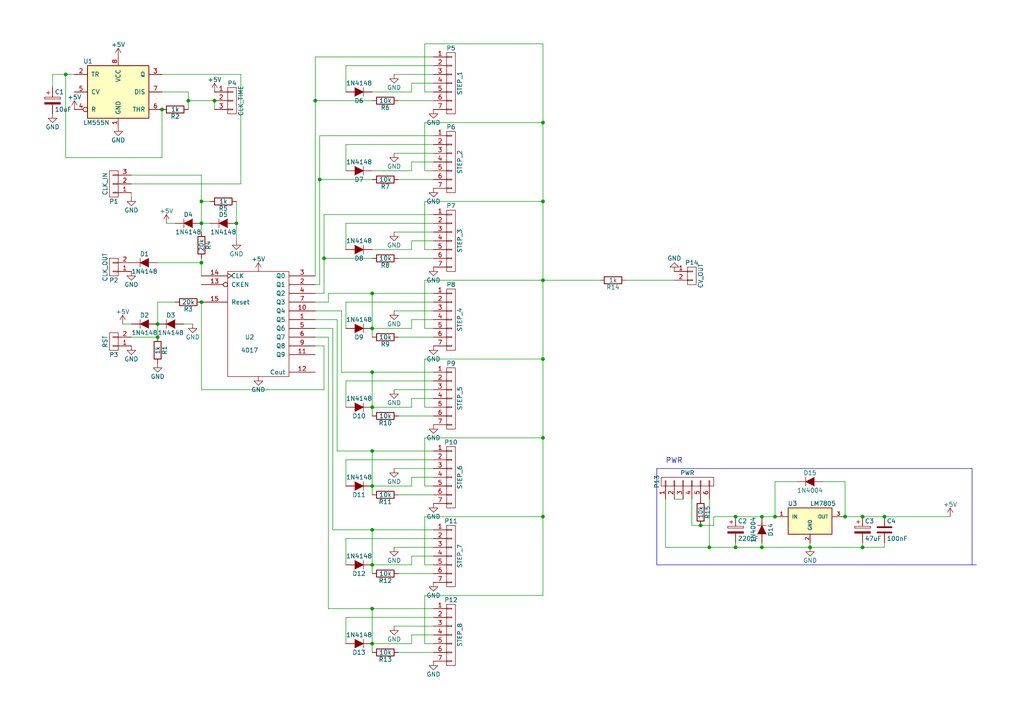
<source format=kicad_sch>
(kicad_sch (version 20230121) (generator eeschema)
  (paper "A4")
  (lib_symbols
    (symbol "ohbabybaby-rescue:+5V" (power) (pin_names (offset 0))
      (property "Value" "+5V" (at 0 3.556 0))
      (symbol "+5V_0_1"
        (polyline (pts (xy -0.762 1.27) (xy 0 2.54)))
        (polyline (pts (xy 0 0) (xy 0 2.54)))
        (polyline (pts (xy 0 2.54) (xy 0.762 1.27)))
      )
      (symbol "+5V_1_1"
        (pin power_in line (at 0 0 90) (length 0) hide (name "+5V") (number "1"))
      )
    )
    (symbol "ohbabybaby-rescue:4017" (pin_names (offset 1.016))
      (property "Reference" "U" (at -2.54 -3.81 0))
      (property "Value" "4017" (at -2.54 -7.62 0))
      (symbol "4017_0_0"
        (pin power_in line (at 0 15.24 270) (length 0) hide (name "VDD") (number "16"))
        (pin power_in line (at 0 -15.24 90) (length 0) hide (name "VSS") (number "8"))
      )
      (symbol "4017_0_1"
        (rectangle (start -8.89 15.24) (end 8.89 -15.24))
      )
      (symbol "4017_1_1"
        (pin output line (at 16.51 1.27 180) (length 7.62) (name "Q5") (number "1"))
        (pin output line (at 16.51 3.81 180) (length 7.62) (name "Q4") (number "10"))
        (pin output line (at 16.51 -8.89 180) (length 7.62) (name "Q9") (number "11"))
        (pin output line (at 16.51 -13.97 180) (length 7.62) (name "Cout") (number "12"))
        (pin input inverted (at -16.51 11.43 0) (length 7.62) (name "CKEN") (number "13"))
        (pin input clock (at -16.51 13.97 0) (length 7.62) (name "CLK") (number "14"))
        (pin input line (at -16.51 6.35 0) (length 7.62) (name "Reset") (number "15"))
        (pin output line (at 16.51 11.43 180) (length 7.62) (name "Q1") (number "2"))
        (pin output line (at 16.51 13.97 180) (length 7.62) (name "Q0") (number "3"))
        (pin output line (at 16.51 8.89 180) (length 7.62) (name "Q2") (number "4"))
        (pin output line (at 16.51 -1.27 180) (length 7.62) (name "Q6") (number "5"))
        (pin output line (at 16.51 -3.81 180) (length 7.62) (name "Q7") (number "6"))
        (pin output line (at 16.51 6.35 180) (length 7.62) (name "Q3") (number "7"))
        (pin output line (at 16.51 -6.35 180) (length 7.62) (name "Q8") (number "9"))
      )
    )
    (symbol "ohbabybaby-rescue:C" (pin_numbers hide) (pin_names (offset 0.254))
      (property "Reference" "C" (at 0.635 2.54 0))
      (property "Value" "C" (at 0.635 -2.54 0))
      (symbol "C_0_1"
        (polyline (pts (xy -2.032 -0.762) (xy 2.032 -0.762)) (stroke (width 0.508)))
        (polyline (pts (xy -2.032 0.762) (xy 2.032 0.762)) (stroke (width 0.508)))
      )
      (symbol "C_1_1"
        (pin passive line (at 0 3.81 270) (length 2.794) (name "~") (number "1"))
        (pin passive line (at 0 -3.81 90) (length 2.794) (name "~") (number "2"))
      )
    )
    (symbol "ohbabybaby-rescue:CONN_01X02" (pin_names (offset 1.016) hide)
      (property "Reference" "P" (at 0 3.81 0))
      (property "Value" "CONN_01X02" (at 2.54 0 90))
      (symbol "CONN_01X02_0_1"
        (rectangle (start -1.27 -1.143) (end 0.254 -1.397))
        (rectangle (start -1.27 1.397) (end 0.254 1.143))
        (rectangle (start -1.27 2.54) (end 1.27 -2.54))
      )
      (symbol "CONN_01X02_1_1"
        (pin passive line (at -5.08 1.27 0) (length 3.81) (name "P1") (number "1"))
        (pin passive line (at -5.08 -1.27 0) (length 3.81) (name "P2") (number "2"))
      )
    )
    (symbol "ohbabybaby-rescue:CONN_01X03" (pin_names (offset 1.016) hide)
      (property "Reference" "P" (at 0 5.08 0))
      (property "Value" "CONN_01X03" (at 2.54 0 90))
      (symbol "CONN_01X03_0_1"
        (rectangle (start -1.27 -2.413) (end 0.254 -2.667))
        (rectangle (start -1.27 0.127) (end 0.254 -0.127))
        (rectangle (start -1.27 2.667) (end 0.254 2.413))
        (rectangle (start -1.27 3.81) (end 1.27 -3.81))
      )
      (symbol "CONN_01X03_1_1"
        (pin passive line (at -5.08 2.54 0) (length 3.81) (name "P1") (number "1"))
        (pin passive line (at -5.08 0 0) (length 3.81) (name "P2") (number "2"))
        (pin passive line (at -5.08 -2.54 0) (length 3.81) (name "P3") (number "3"))
      )
    )
    (symbol "ohbabybaby-rescue:CONN_01X06" (pin_names (offset 1.016) hide)
      (property "Reference" "P" (at 0 8.89 0))
      (property "Value" "CONN_01X06" (at 2.54 0 90))
      (symbol "CONN_01X06_0_1"
        (rectangle (start -1.27 -6.223) (end 0.254 -6.477))
        (rectangle (start -1.27 -3.683) (end 0.254 -3.937))
        (rectangle (start -1.27 -1.143) (end 0.254 -1.397))
        (rectangle (start -1.27 1.397) (end 0.254 1.143))
        (rectangle (start -1.27 3.937) (end 0.254 3.683))
        (rectangle (start -1.27 6.477) (end 0.254 6.223))
        (rectangle (start -1.27 7.62) (end 1.27 -7.62))
      )
      (symbol "CONN_01X06_1_1"
        (pin passive line (at -5.08 6.35 0) (length 3.81) (name "P1") (number "1"))
        (pin passive line (at -5.08 3.81 0) (length 3.81) (name "P2") (number "2"))
        (pin passive line (at -5.08 1.27 0) (length 3.81) (name "P3") (number "3"))
        (pin passive line (at -5.08 -1.27 0) (length 3.81) (name "P4") (number "4"))
        (pin passive line (at -5.08 -3.81 0) (length 3.81) (name "P5") (number "5"))
        (pin passive line (at -5.08 -6.35 0) (length 3.81) (name "P6") (number "6"))
      )
    )
    (symbol "ohbabybaby-rescue:CONN_01X07" (pin_names (offset 1.016) hide)
      (property "Reference" "P" (at 0 10.16 0))
      (property "Value" "CONN_01X07" (at 2.54 0 90))
      (symbol "CONN_01X07_0_1"
        (rectangle (start -1.27 -8.89) (end 1.27 8.89))
        (rectangle (start -1.27 -7.493) (end 0.254 -7.747))
        (rectangle (start -1.27 -4.953) (end 0.254 -5.207))
        (rectangle (start -1.27 -2.413) (end 0.254 -2.667))
        (rectangle (start -1.27 0.127) (end 0.254 -0.127))
        (rectangle (start -1.27 2.667) (end 0.254 2.413))
        (rectangle (start -1.27 5.207) (end 0.254 4.953))
        (rectangle (start -1.27 7.747) (end 0.254 7.493))
      )
      (symbol "CONN_01X07_1_1"
        (pin passive line (at -5.08 7.62 0) (length 3.81) (name "P1") (number "1"))
        (pin passive line (at -5.08 5.08 0) (length 3.81) (name "P2") (number "2"))
        (pin passive line (at -5.08 2.54 0) (length 3.81) (name "P3") (number "3"))
        (pin passive line (at -5.08 0 0) (length 3.81) (name "P4") (number "4"))
        (pin passive line (at -5.08 -2.54 0) (length 3.81) (name "P5") (number "5"))
        (pin passive line (at -5.08 -5.08 0) (length 3.81) (name "P6") (number "6"))
        (pin passive line (at -5.08 -7.62 0) (length 3.81) (name "P7") (number "7"))
      )
    )
    (symbol "ohbabybaby-rescue:CP" (pin_numbers hide) (pin_names (offset 0.254))
      (property "Reference" "C" (at 0.635 2.54 0))
      (property "Value" "CP" (at 0.635 -2.54 0))
      (symbol "CP_0_1"
        (rectangle (start -2.286 0.508) (end -2.286 1.016))
        (rectangle (start -2.286 0.508) (end 2.286 0.508))
        (polyline (pts (xy -1.778 2.286) (xy -0.762 2.286)))
        (polyline (pts (xy -1.27 2.794) (xy -1.27 1.778)))
        (rectangle (start 2.286 -0.508) (end -2.286 -1.016) (fill (type outline)))
        (rectangle (start 2.286 1.016) (end -2.286 1.016))
        (rectangle (start 2.286 1.016) (end 2.286 0.508))
      )
      (symbol "CP_1_1"
        (pin passive line (at 0 3.81 270) (length 2.794) (name "~") (number "1"))
        (pin passive line (at 0 -3.81 90) (length 2.794) (name "~") (number "2"))
      )
    )
    (symbol "ohbabybaby-rescue:D" (pin_numbers hide) (pin_names (offset 1.016) hide)
      (property "Reference" "D" (at 0 2.54 0))
      (property "Value" "D" (at 0 -2.54 0))
      (symbol "D_0_1"
        (polyline (pts (xy -1.27 1.27) (xy -1.27 -1.27)) (stroke (width 0.1524)))
        (polyline (pts (xy 1.27 1.27) (xy -1.27 0) (xy 1.27 -1.27)) (fill (type outline)))
      )
      (symbol "D_1_1"
        (pin passive line (at -3.81 0 0) (length 2.54) (name "K") (number "1"))
        (pin passive line (at 3.81 0 180) (length 2.54) (name "A") (number "2"))
      )
    )
    (symbol "ohbabybaby-rescue:GND" (power) (pin_names (offset 0))
      (property "Value" "GND" (at 0 -3.81 0))
      (symbol "GND_0_1"
        (polyline (pts (xy 0 0) (xy 0 -1.27) (xy 1.27 -1.27) (xy 0 -2.54) (xy -1.27 -1.27) (xy 0 -1.27)))
      )
      (symbol "GND_1_1"
        (pin power_in line (at 0 0 270) (length 0) hide (name "GND") (number "1"))
      )
    )
    (symbol "ohbabybaby-rescue:LM555N" (pin_names (offset 1.016))
      (property "Reference" "U" (at -10.16 8.89 0))
      (property "Value" "LM555N" (at -10.16 -8.89 0))
      (symbol "LM555N_0_0"
        (pin power_in line (at 0 -10.16 90) (length 2.54) (name "GND") (number "1"))
        (pin power_in line (at 0 10.16 270) (length 2.54) (name "VCC") (number "8"))
      )
      (symbol "LM555N_0_1"
        (rectangle (start -8.89 -7.62) (end 8.89 7.62) (stroke (width 0.254)) (fill (type background)))
      )
      (symbol "LM555N_1_1"
        (pin input line (at -12.7 5.08 0) (length 3.81) (name "TR") (number "2"))
        (pin output line (at 12.7 5.08 180) (length 3.81) (name "Q") (number "3"))
        (pin input inverted (at -12.7 -5.08 0) (length 3.81) (name "R") (number "4"))
        (pin input line (at -12.7 0 0) (length 3.81) (name "CV") (number "5"))
        (pin input line (at 12.7 -5.08 180) (length 3.81) (name "THR") (number "6"))
        (pin input line (at 12.7 0 180) (length 3.81) (name "DIS") (number "7"))
      )
    )
    (symbol "ohbabybaby-rescue:LM7805CT" (pin_names (offset 1.016))
      (property "Reference" "U" (at -5.08 5.08 0))
      (property "Value" "LM7805CT" (at 0 5.08 0))
      (property "Footprint" "TO-220" (at 0 2.54 0))
      (symbol "LM7805CT_0_1"
        (rectangle (start -6.35 3.81) (end 6.35 -3.81) (stroke (width 0.254)) (fill (type background)))
      )
      (symbol "LM7805CT_1_1"
        (pin input line (at -10.16 1.27 0) (length 3.81) (name "IN") (number "1"))
        (pin power_in line (at 0 -6.35 90) (length 2.54) (name "GND") (number "2"))
        (pin power_out line (at 10.16 1.27 180) (length 3.81) (name "OUT") (number "3"))
      )
    )
    (symbol "ohbabybaby-rescue:R" (pin_numbers hide) (pin_names (offset 0))
      (property "Reference" "R" (at 2.032 0 90))
      (property "Value" "R" (at 0 0 90))
      (symbol "R_0_1"
        (rectangle (start -1.016 -2.54) (end 1.016 2.54) (stroke (width 0.254)))
      )
      (symbol "R_1_1"
        (pin passive line (at 0 3.81 270) (length 1.27) (name "~") (number "1"))
        (pin passive line (at 0 -3.81 90) (length 1.27) (name "~") (number "2"))
      )
    )
  )
  (junction (at 203.2 152.4))
  (junction (at 45.72 93.98))
  (junction (at 46.99 31.75))
  (junction (at 107.95 95.25))
  (junction (at 54.61 29.21))
  (junction (at 107.95 130.81))
  (junction (at 107.95 186.69))
  (junction (at 250.19 149.86))
  (junction (at 107.95 176.53))
  (junction (at 107.95 85.09))
  (junction (at 58.42 64.77))
  (junction (at 250.19 158.75))
  (junction (at 234.95 158.75))
  (junction (at 224.79 149.86))
  (junction (at 205.74 158.75))
  (junction (at 107.95 163.83))
  (junction (at 91.44 29.21))
  (junction (at 157.48 127))
  (junction (at 213.36 149.86))
  (junction (at 45.72 97.79))
  (junction (at 92.71 52.07))
  (junction (at 107.95 118.11))
  (junction (at 68.58 64.77))
  (junction (at 256.54 149.86))
  (junction (at 107.95 140.97))
  (junction (at 19.05 21.59))
  (junction (at 157.48 104.14))
  (junction (at 157.48 81.28))
  (junction (at 107.95 107.95))
  (junction (at 107.95 153.67))
  (junction (at 58.42 58.42))
  (junction (at 213.36 158.75))
  (junction (at 157.48 35.56))
  (junction (at 62.23 29.21))
  (junction (at 58.42 76.2))
  (junction (at 157.48 149.86))
  (junction (at 245.11 149.86))
  (junction (at 93.98 74.93))
  (junction (at 58.42 87.63))
  (junction (at 157.48 58.42))
  (junction (at 220.98 158.75))
  (junction (at 220.98 149.86))
  (wire (pts (xy 55.88 93.98) (xy 53.34 93.98)))
  (wire (pts (xy 93.98 62.23) (xy 125.73 62.23)))
  (wire (pts (xy 38.1 55.88) (xy 38.1 57.15)))
  (wire (pts (xy 119.38 72.39) (xy 119.38 69.85)))
  (wire (pts (xy 157.48 58.42) (xy 157.48 81.28)))
  (wire (pts (xy 119.38 92.71) (xy 125.73 92.71)))
  (wire (pts (xy 100.33 133.35) (xy 125.73 133.35)))
  (wire (pts (xy 96.52 95.25) (xy 96.52 153.67)))
  (wire (pts (xy 157.48 104.14) (xy 157.48 127)))
  (wire (pts (xy 107.95 186.69) (xy 107.95 176.53)))
  (wire (pts (xy 193.04 158.75) (xy 205.74 158.75)))
  (wire (pts (xy 91.44 87.63) (xy 95.25 87.63)))
  (wire (pts (xy 107.95 74.93) (xy 93.98 74.93)))
  (wire (pts (xy 95.25 97.79) (xy 95.25 176.53)))
  (wire (pts (xy 107.95 118.11) (xy 107.95 107.95)))
  (wire (pts (xy 19.05 21.59) (xy 21.59 21.59)))
  (wire (pts (xy 115.57 189.23) (xy 125.73 189.23)))
  (wire (pts (xy 125.73 135.89) (xy 114.3 135.89)))
  (wire (pts (xy 100.33 156.21) (xy 100.33 163.83)))
  (wire (pts (xy 234.95 158.75) (xy 250.19 158.75)))
  (wire (pts (xy 200.66 152.4) (xy 203.2 152.4)))
  (wire (pts (xy 107.95 95.25) (xy 107.95 97.79)))
  (wire (pts (xy 125.73 95.25) (xy 123.19 95.25)))
  (wire (pts (xy 107.95 186.69) (xy 119.38 186.69)))
  (wire (pts (xy 119.38 26.67) (xy 119.38 24.13)))
  (wire (pts (xy 125.73 67.31) (xy 114.3 67.31)))
  (wire (pts (xy 119.38 49.53) (xy 119.38 46.99)))
  (wire (pts (xy 96.52 153.67) (xy 107.95 153.67)))
  (wire (pts (xy 107.95 143.51) (xy 107.95 140.97)))
  (wire (pts (xy 119.38 118.11) (xy 119.38 115.57)))
  (wire (pts (xy 91.44 90.17) (xy 99.06 90.17)))
  (wire (pts (xy 93.98 100.33) (xy 93.98 113.03)))
  (polyline (pts (xy 190.5 135.89) (xy 190.5 163.83)))
  (wire (pts (xy 193.04 144.78) (xy 193.04 158.75)))
  (wire (pts (xy 38.1 93.98) (xy 35.56 93.98)))
  (wire (pts (xy 100.33 110.49) (xy 125.73 110.49)))
  (wire (pts (xy 115.57 74.93) (xy 125.73 74.93)))
  (wire (pts (xy 125.73 72.39) (xy 123.19 72.39)))
  (wire (pts (xy 19.05 45.72) (xy 46.99 45.72)))
  (wire (pts (xy 250.19 158.75) (xy 250.19 157.48)))
  (wire (pts (xy 119.38 161.29) (xy 125.73 161.29)))
  (wire (pts (xy 15.24 21.59) (xy 19.05 21.59)))
  (wire (pts (xy 123.19 127) (xy 157.48 127)))
  (wire (pts (xy 100.33 19.05) (xy 100.33 26.67)))
  (wire (pts (xy 38.1 50.8) (xy 58.42 50.8)))
  (wire (pts (xy 93.98 74.93) (xy 93.98 85.09)))
  (wire (pts (xy 68.58 64.77) (xy 68.58 69.85)))
  (wire (pts (xy 107.95 153.67) (xy 125.73 153.67)))
  (wire (pts (xy 125.73 21.59) (xy 114.3 21.59)))
  (wire (pts (xy 115.57 120.65) (xy 125.73 120.65)))
  (wire (pts (xy 91.44 29.21) (xy 91.44 80.01)))
  (wire (pts (xy 107.95 29.21) (xy 91.44 29.21)))
  (wire (pts (xy 107.95 120.65) (xy 107.95 118.11)))
  (wire (pts (xy 123.19 104.14) (xy 157.48 104.14)))
  (wire (pts (xy 91.44 16.51) (xy 91.44 29.21)))
  (wire (pts (xy 45.72 87.63) (xy 50.8 87.63)))
  (wire (pts (xy 125.73 49.53) (xy 123.19 49.53)))
  (wire (pts (xy 92.71 39.37) (xy 92.71 52.07)))
  (wire (pts (xy 256.54 158.75) (xy 256.54 157.48)))
  (wire (pts (xy 123.19 186.69) (xy 123.19 172.72)))
  (wire (pts (xy 115.57 29.21) (xy 125.73 29.21)))
  (wire (pts (xy 220.98 158.75) (xy 220.98 157.48)))
  (wire (pts (xy 100.33 87.63) (xy 125.73 87.63)))
  (wire (pts (xy 19.05 21.59) (xy 19.05 45.72)))
  (wire (pts (xy 100.33 41.91) (xy 125.73 41.91)))
  (wire (pts (xy 93.98 85.09) (xy 91.44 85.09)))
  (wire (pts (xy 107.95 72.39) (xy 119.38 72.39)))
  (wire (pts (xy 119.38 46.99) (xy 125.73 46.99)))
  (wire (pts (xy 205.74 158.75) (xy 213.36 158.75)))
  (wire (pts (xy 125.73 186.69) (xy 123.19 186.69)))
  (wire (pts (xy 119.38 24.13) (xy 125.73 24.13)))
  (wire (pts (xy 123.19 81.28) (xy 157.48 81.28)))
  (wire (pts (xy 207.01 152.4) (xy 207.01 149.86)))
  (wire (pts (xy 157.48 81.28) (xy 173.99 81.28)))
  (wire (pts (xy 125.73 113.03) (xy 114.3 113.03)))
  (wire (pts (xy 195.58 144.78) (xy 198.12 144.78)))
  (wire (pts (xy 123.19 49.53) (xy 123.19 35.56)))
  (wire (pts (xy 107.95 85.09) (xy 107.95 95.25)))
  (wire (pts (xy 91.44 95.25) (xy 96.52 95.25)))
  (wire (pts (xy 123.19 72.39) (xy 123.19 58.42)))
  (wire (pts (xy 157.48 127) (xy 157.48 149.86)))
  (wire (pts (xy 123.19 95.25) (xy 123.19 81.28)))
  (wire (pts (xy 97.79 130.81) (xy 107.95 130.81)))
  (wire (pts (xy 62.23 29.21) (xy 62.23 31.75)))
  (wire (pts (xy 100.33 110.49) (xy 100.33 118.11)))
  (wire (pts (xy 125.73 44.45) (xy 114.3 44.45)))
  (wire (pts (xy 95.25 85.09) (xy 107.95 85.09)))
  (wire (pts (xy 123.19 149.86) (xy 157.48 149.86)))
  (wire (pts (xy 107.95 166.37) (xy 107.95 163.83)))
  (polyline (pts (xy 190.5 163.83) (xy 283.21 163.83)))
  (wire (pts (xy 125.73 163.83) (xy 123.19 163.83)))
  (wire (pts (xy 119.38 140.97) (xy 119.38 138.43)))
  (wire (pts (xy 92.71 52.07) (xy 107.95 52.07)))
  (wire (pts (xy 157.48 12.7) (xy 157.48 35.56)))
  (wire (pts (xy 58.42 74.93) (xy 58.42 76.2)))
  (wire (pts (xy 91.44 16.51) (xy 125.73 16.51)))
  (wire (pts (xy 125.73 90.17) (xy 114.3 90.17)))
  (wire (pts (xy 123.19 172.72) (xy 157.48 172.72)))
  (wire (pts (xy 60.96 58.42) (xy 58.42 58.42)))
  (wire (pts (xy 107.95 107.95) (xy 125.73 107.95)))
  (wire (pts (xy 220.98 149.86) (xy 213.36 149.86)))
  (wire (pts (xy 231.14 139.7) (xy 224.79 139.7)))
  (wire (pts (xy 100.33 64.77) (xy 125.73 64.77)))
  (wire (pts (xy 100.33 133.35) (xy 100.33 140.97)))
  (wire (pts (xy 119.38 69.85) (xy 125.73 69.85)))
  (wire (pts (xy 125.73 140.97) (xy 123.19 140.97)))
  (wire (pts (xy 107.95 130.81) (xy 125.73 130.81)))
  (wire (pts (xy 125.73 118.11) (xy 123.19 118.11)))
  (wire (pts (xy 95.25 176.53) (xy 107.95 176.53)))
  (wire (pts (xy 181.61 81.28) (xy 195.58 81.28)))
  (wire (pts (xy 107.95 118.11) (xy 119.38 118.11)))
  (wire (pts (xy 58.42 64.77) (xy 60.96 64.77)))
  (wire (pts (xy 157.48 149.86) (xy 157.48 172.72)))
  (wire (pts (xy 107.95 163.83) (xy 107.95 153.67)))
  (wire (pts (xy 38.1 53.34) (xy 69.85 53.34)))
  (polyline (pts (xy 281.94 135.89) (xy 281.94 163.83)))
  (wire (pts (xy 213.36 149.86) (xy 207.01 149.86)))
  (wire (pts (xy 45.72 76.2) (xy 58.42 76.2)))
  (wire (pts (xy 100.33 41.91) (xy 100.33 49.53)))
  (wire (pts (xy 107.95 140.97) (xy 107.95 130.81)))
  (wire (pts (xy 107.95 49.53) (xy 119.38 49.53)))
  (wire (pts (xy 100.33 19.05) (xy 125.73 19.05)))
  (wire (pts (xy 54.61 26.67) (xy 54.61 29.21)))
  (wire (pts (xy 45.72 87.63) (xy 45.72 93.98)))
  (wire (pts (xy 157.48 81.28) (xy 157.48 104.14)))
  (wire (pts (xy 58.42 50.8) (xy 58.42 58.42)))
  (wire (pts (xy 58.42 58.42) (xy 58.42 64.77)))
  (wire (pts (xy 125.73 158.75) (xy 114.3 158.75)))
  (wire (pts (xy 157.48 35.56) (xy 157.48 58.42)))
  (wire (pts (xy 92.71 39.37) (xy 125.73 39.37)))
  (wire (pts (xy 68.58 58.42) (xy 68.58 64.77)))
  (wire (pts (xy 125.73 181.61) (xy 114.3 181.61)))
  (wire (pts (xy 50.8 64.77) (xy 48.26 64.77)))
  (wire (pts (xy 91.44 92.71) (xy 97.79 92.71)))
  (wire (pts (xy 99.06 90.17) (xy 99.06 107.95)))
  (wire (pts (xy 100.33 179.07) (xy 100.33 186.69)))
  (wire (pts (xy 100.33 179.07) (xy 125.73 179.07)))
  (wire (pts (xy 119.38 186.69) (xy 119.38 184.15)))
  (wire (pts (xy 123.19 35.56) (xy 157.48 35.56)))
  (wire (pts (xy 119.38 95.25) (xy 119.38 92.71)))
  (wire (pts (xy 107.95 176.53) (xy 125.73 176.53)))
  (wire (pts (xy 100.33 64.77) (xy 100.33 72.39)))
  (wire (pts (xy 107.95 85.09) (xy 125.73 85.09)))
  (wire (pts (xy 107.95 140.97) (xy 119.38 140.97)))
  (wire (pts (xy 107.95 163.83) (xy 119.38 163.83)))
  (wire (pts (xy 93.98 62.23) (xy 93.98 74.93)))
  (wire (pts (xy 250.19 158.75) (xy 256.54 158.75)))
  (wire (pts (xy 245.11 139.7) (xy 245.11 149.86)))
  (wire (pts (xy 119.38 184.15) (xy 125.73 184.15)))
  (wire (pts (xy 224.79 149.86) (xy 220.98 149.86)))
  (wire (pts (xy 250.19 149.86) (xy 256.54 149.86)))
  (wire (pts (xy 100.33 156.21) (xy 125.73 156.21)))
  (wire (pts (xy 245.11 139.7) (xy 238.76 139.7)))
  (wire (pts (xy 54.61 26.67) (xy 46.99 26.67)))
  (wire (pts (xy 97.79 92.71) (xy 97.79 130.81)))
  (wire (pts (xy 69.85 53.34) (xy 69.85 21.59)))
  (wire (pts (xy 91.44 100.33) (xy 93.98 100.33)))
  (wire (pts (xy 123.19 140.97) (xy 123.19 127)))
  (wire (pts (xy 224.79 139.7) (xy 224.79 149.86)))
  (wire (pts (xy 45.72 97.79) (xy 38.1 97.79)))
  (wire (pts (xy 107.95 189.23) (xy 107.95 186.69)))
  (wire (pts (xy 213.36 157.48) (xy 213.36 158.75)))
  (polyline (pts (xy 190.5 135.89) (xy 281.94 135.89)))
  (wire (pts (xy 245.11 149.86) (xy 250.19 149.86)))
  (wire (pts (xy 45.72 93.98) (xy 45.72 97.79)))
  (wire (pts (xy 123.19 118.11) (xy 123.19 104.14)))
  (wire (pts (xy 46.99 21.59) (xy 69.85 21.59)))
  (wire (pts (xy 99.06 107.95) (xy 107.95 107.95)))
  (wire (pts (xy 123.19 58.42) (xy 157.48 58.42)))
  (wire (pts (xy 58.42 76.2) (xy 58.42 80.01)))
  (wire (pts (xy 54.61 29.21) (xy 54.61 31.75)))
  (wire (pts (xy 200.66 144.78) (xy 200.66 152.4)))
  (wire (pts (xy 58.42 113.03) (xy 58.42 87.63)))
  (wire (pts (xy 15.24 21.59) (xy 15.24 25.4)))
  (wire (pts (xy 125.73 26.67) (xy 123.19 26.67)))
  (wire (pts (xy 46.99 45.72) (xy 46.99 31.75)))
  (wire (pts (xy 92.71 52.07) (xy 92.71 82.55)))
  (wire (pts (xy 220.98 158.75) (xy 234.95 158.75)))
  (wire (pts (xy 115.57 143.51) (xy 125.73 143.51)))
  (wire (pts (xy 95.25 87.63) (xy 95.25 85.09)))
  (wire (pts (xy 115.57 52.07) (xy 125.73 52.07)))
  (wire (pts (xy 91.44 97.79) (xy 95.25 97.79)))
  (wire (pts (xy 256.54 149.86) (xy 275.59 149.86)))
  (wire (pts (xy 58.42 64.77) (xy 58.42 67.31)))
  (wire (pts (xy 54.61 29.21) (xy 62.23 29.21)))
  (wire (pts (xy 234.95 158.75) (xy 234.95 157.48)))
  (wire (pts (xy 123.19 26.67) (xy 123.19 12.7)))
  (wire (pts (xy 115.57 166.37) (xy 125.73 166.37)))
  (wire (pts (xy 213.36 158.75) (xy 220.98 158.75)))
  (wire (pts (xy 107.95 95.25) (xy 119.38 95.25)))
  (wire (pts (xy 92.71 82.55) (xy 91.44 82.55)))
  (wire (pts (xy 119.38 163.83) (xy 119.38 161.29)))
  (wire (pts (xy 123.19 163.83) (xy 123.19 149.86)))
  (wire (pts (xy 119.38 115.57) (xy 125.73 115.57)))
  (wire (pts (xy 93.98 113.03) (xy 58.42 113.03)))
  (wire (pts (xy 203.2 152.4) (xy 207.01 152.4)))
  (wire (pts (xy 115.57 97.79) (xy 125.73 97.79)))
  (wire (pts (xy 107.95 26.67) (xy 119.38 26.67)))
  (wire (pts (xy 205.74 144.78) (xy 205.74 158.75)))
  (wire (pts (xy 123.19 12.7) (xy 157.48 12.7)))
  (wire (pts (xy 100.33 87.63) (xy 100.33 95.25)))
  (wire (pts (xy 119.38 138.43) (xy 125.73 138.43)))
  (text "PWR" (at 193.04 134.62 0) (effects (font (size 1.524 1.524)) (justify left bottom)))
  (symbol (lib_id "ohbabybaby-rescue:4017") (at 74.93 93.98 0) (unit 1)
    (property "Reference" "U2" (at 72.39 97.79 0))
    (property "Value" "4017" (at 72.39 101.6 0))
    (property "Footprint" "Housings_DIP:DIP-16_W7.62mm_LongPads" (effects hide))
  )
  (symbol (lib_id "ohbabybaby-rescue:R") (at 111.76 29.21 270) (unit 1)
    (property "Reference" "R6" (at 111.76 31.242 90))
    (property "Value" "10k" (at 111.76 29.21 90))
    (property "Footprint" "synth-diy:Resistor_Horizontal_RM7mm_Wide" (effects hide))
  )
  (symbol (lib_id "ohbabybaby-rescue:D") (at 104.14 26.67 180) (unit 1)
    (property "Reference" "D6" (at 104.14 29.21 0))
    (property "Value" "1N4148" (at 104.14 24.13 0))
    (property "Footprint" "Diodes_ThroughHole:Diode_DO-35_SOD27_Horizontal_RM10" (effects hide))
  )
  (symbol (lib_id "ohbabybaby-rescue:GND") (at 234.95 158.75 0) (unit 1)
    (property "Reference" "#PWR01" (effects hide))
    (property "Value" "GND" (at 234.95 162.56 0))
  )
  (symbol (lib_id "ohbabybaby-rescue:CP") (at 213.36 153.67 0) (unit 1)
    (property "Reference" "C2" (at 213.995 151.13 0) (effects (justify left)))
    (property "Value" "220uF" (at 213.995 156.21 0) (effects (justify left)))
    (property "Footprint" "Capacitors_ThroughHole:C_Radial_D5_L11_P2.5" (effects hide))
  )
  (symbol (lib_id "ohbabybaby-rescue:D") (at 220.98 153.67 270) (unit 1)
    (property "Reference" "D14" (at 223.52 153.67 0))
    (property "Value" "1N4004" (at 218.44 153.67 0))
    (property "Footprint" "Diodes_ThroughHole:Diode_DO-41_SOD81_Horizontal_RM10" (effects hide))
  )
  (symbol (lib_id "ohbabybaby-rescue:D") (at 234.95 139.7 0) (unit 1)
    (property "Reference" "D15" (at 234.95 137.16 0))
    (property "Value" "1N4004" (at 234.95 142.24 0))
    (property "Footprint" "Diodes_ThroughHole:Diode_DO-41_SOD81_Horizontal_RM10" (effects hide))
  )
  (symbol (lib_id "ohbabybaby-rescue:C") (at 256.54 153.67 0) (unit 1)
    (property "Reference" "C4" (at 257.175 151.13 0) (effects (justify left)))
    (property "Value" "100nF" (at 257.175 156.21 0) (effects (justify left)))
    (property "Footprint" "Capacitors_ThroughHole:C_Rect_L7_W2.5_P5" (effects hide))
  )
  (symbol (lib_id "ohbabybaby-rescue:CP") (at 250.19 153.67 0) (unit 1)
    (property "Reference" "C3" (at 250.825 151.13 0) (effects (justify left)))
    (property "Value" "47uF" (at 250.825 156.21 0) (effects (justify left)))
    (property "Footprint" "Capacitors_ThroughHole:C_Radial_D5_L11_P2.5" (effects hide))
  )
  (symbol (lib_id "ohbabybaby-rescue:GND") (at 74.93 109.22 0) (unit 1)
    (property "Reference" "#PWR02" (effects hide))
    (property "Value" "GND" (at 74.93 113.03 0))
  )
  (symbol (lib_id "ohbabybaby-rescue:R") (at 203.2 148.59 0) (unit 1)
    (property "Reference" "R15" (at 205.232 148.59 90))
    (property "Value" "10k" (at 203.2 148.59 90))
    (property "Footprint" "synth-diy:Resistor_Horizontal_RM7mm_Wide" (effects hide))
  )
  (symbol (lib_id "ohbabybaby-rescue:+5V") (at 275.59 149.86 0) (unit 1)
    (property "Reference" "#PWR03" (effects hide))
    (property "Value" "+5V" (at 275.59 146.304 0))
  )
  (symbol (lib_id "ohbabybaby-rescue:+5V") (at 74.93 78.74 0) (unit 1)
    (property "Reference" "#PWR04" (effects hide))
    (property "Value" "+5V" (at 74.93 75.184 0))
  )
  (symbol (lib_id "ohbabybaby-rescue:LM555N") (at 34.29 26.67 0) (unit 1)
    (property "Reference" "U1" (at 24.13 17.78 0) (effects (justify left)))
    (property "Value" "LM555N" (at 24.13 35.56 0) (effects (justify left)))
    (property "Footprint" "Housings_DIP:DIP-8_W7.62mm_LongPads" (effects hide))
  )
  (symbol (lib_id "ohbabybaby-rescue:CP") (at 15.24 29.21 0) (unit 1)
    (property "Reference" "C1" (at 15.875 26.67 0) (effects (justify left)))
    (property "Value" "10uF" (at 15.875 31.75 0) (effects (justify left)))
    (property "Footprint" "Capacitors_ThroughHole:C_Radial_D5_L11_P2.5" (effects hide))
  )
  (symbol (lib_id "ohbabybaby-rescue:+5V") (at 21.59 31.75 0) (unit 1)
    (property "Reference" "#PWR05" (effects hide))
    (property "Value" "+5V" (at 21.59 28.194 0))
  )
  (symbol (lib_id "ohbabybaby-rescue:GND") (at 15.24 33.02 0) (unit 1)
    (property "Reference" "#PWR06" (effects hide))
    (property "Value" "GND" (at 15.24 36.83 0))
  )
  (symbol (lib_id "ohbabybaby-rescue:R") (at 50.8 31.75 270) (unit 1)
    (property "Reference" "R2" (at 50.8 33.782 90))
    (property "Value" "1k" (at 50.8 31.75 90))
    (property "Footprint" "synth-diy:Resistor_Horizontal_RM7mm_Wide" (effects hide))
  )
  (symbol (lib_id "ohbabybaby-rescue:+5V") (at 62.23 26.67 0) (unit 1)
    (property "Reference" "#PWR07" (effects hide))
    (property "Value" "+5V" (at 62.23 23.114 0))
  )
  (symbol (lib_id "ohbabybaby-rescue:LM7805CT") (at 234.95 151.13 0) (unit 1)
    (property "Reference" "U3" (at 229.87 146.05 0))
    (property "Value" "LM7805" (at 234.95 146.05 0) (effects (justify left)))
    (property "Footprint" "TO_SOT_Packages_THT:TO-92_Inline_Wide" (effects hide))
  )
  (symbol (lib_id "ohbabybaby-rescue:GND") (at 38.1 78.74 0) (unit 1)
    (property "Reference" "#PWR08" (effects hide))
    (property "Value" "GND" (at 38.1 82.55 0))
  )
  (symbol (lib_id "ohbabybaby-rescue:GND") (at 38.1 57.15 0) (unit 1)
    (property "Reference" "#PWR09" (effects hide))
    (property "Value" "GND" (at 38.1 60.96 0))
  )
  (symbol (lib_id "ohbabybaby-rescue:+5V") (at 48.26 64.77 0) (unit 1)
    (property "Reference" "#PWR010" (effects hide))
    (property "Value" "+5V" (at 48.26 61.214 0))
  )
  (symbol (lib_id "ohbabybaby-rescue:R") (at 64.77 58.42 270) (unit 1)
    (property "Reference" "R5" (at 64.77 60.452 90))
    (property "Value" "1k" (at 64.77 58.42 90))
    (property "Footprint" "synth-diy:Resistor_Horizontal_RM7mm_Wide" (effects hide))
  )
  (symbol (lib_id "ohbabybaby-rescue:R") (at 58.42 71.12 0) (unit 1)
    (property "Reference" "R4" (at 60.452 71.12 90))
    (property "Value" "20k" (at 58.42 71.12 90))
    (property "Footprint" "synth-diy:Resistor_Horizontal_RM7mm_Wide" (effects hide))
  )
  (symbol (lib_id "ohbabybaby-rescue:D") (at 41.91 76.2 0) (unit 1)
    (property "Reference" "D1" (at 41.91 73.66 0))
    (property "Value" "1N4148" (at 41.91 78.74 0))
    (property "Footprint" "Diodes_ThroughHole:Diode_DO-35_SOD27_Horizontal_RM10" (effects hide))
  )
  (symbol (lib_id "ohbabybaby-rescue:GND") (at 38.1 100.33 0) (unit 1)
    (property "Reference" "#PWR011" (effects hide))
    (property "Value" "GND" (at 38.1 104.14 0))
  )
  (symbol (lib_id "ohbabybaby-rescue:GND") (at 68.58 69.85 0) (unit 1)
    (property "Reference" "#PWR012" (effects hide))
    (property "Value" "GND" (at 68.58 73.66 0))
  )
  (symbol (lib_id "ohbabybaby-rescue:R") (at 45.72 101.6 0) (unit 1)
    (property "Reference" "R1" (at 47.752 101.6 90))
    (property "Value" "1k" (at 45.72 101.6 90))
    (property "Footprint" "synth-diy:Resistor_Horizontal_RM7mm_Wide" (effects hide))
  )
  (symbol (lib_id "ohbabybaby-rescue:GND") (at 45.72 105.41 0) (unit 1)
    (property "Reference" "#PWR013" (effects hide))
    (property "Value" "GND" (at 45.72 109.22 0))
  )
  (symbol (lib_id "ohbabybaby-rescue:+5V") (at 35.56 93.98 0) (unit 1)
    (property "Reference" "#PWR014" (effects hide))
    (property "Value" "+5V" (at 35.56 90.424 0))
  )
  (symbol (lib_id "ohbabybaby-rescue:GND") (at 55.88 93.98 0) (unit 1)
    (property "Reference" "#PWR015" (effects hide))
    (property "Value" "GND" (at 55.88 97.79 0))
  )
  (symbol (lib_id "ohbabybaby-rescue:R") (at 54.61 87.63 270) (unit 1)
    (property "Reference" "R3" (at 54.61 89.662 90))
    (property "Value" "20k" (at 54.61 87.63 90))
    (property "Footprint" "synth-diy:Resistor_Horizontal_RM7mm_Wide" (effects hide))
  )
  (symbol (lib_id "ohbabybaby-rescue:GND") (at 195.58 78.74 180) (unit 1)
    (property "Reference" "#PWR016" (effects hide))
    (property "Value" "GND" (at 195.58 74.93 0))
  )
  (symbol (lib_id "ohbabybaby-rescue:R") (at 177.8 81.28 270) (unit 1)
    (property "Reference" "R14" (at 177.8 83.312 90))
    (property "Value" "1k" (at 177.8 81.28 90))
    (property "Footprint" "synth-diy:Resistor_Horizontal_RM7mm_Wide" (effects hide))
  )
  (symbol (lib_id "ohbabybaby-rescue:CONN_01X07") (at 130.81 24.13 0) (unit 1)
    (property "Reference" "P5" (at 130.81 13.97 0))
    (property "Value" "STEP_1" (at 133.35 24.13 90))
    (property "Footprint" "Pin_Headers:Pin_Header_Straight_1x07" (effects hide))
  )
  (symbol (lib_id "ohbabybaby-rescue:GND") (at 125.73 31.75 0) (unit 1)
    (property "Reference" "#PWR017" (effects hide))
    (property "Value" "GND" (at 125.73 35.56 0))
  )
  (symbol (lib_id "ohbabybaby-rescue:GND") (at 114.3 21.59 0) (unit 1)
    (property "Reference" "#PWR018" (effects hide))
    (property "Value" "GND" (at 114.3 25.4 0))
  )
  (symbol (lib_id "ohbabybaby-rescue:D") (at 64.77 64.77 0) (unit 1)
    (property "Reference" "D5" (at 64.77 62.23 0))
    (property "Value" "1N4148" (at 64.77 67.31 0))
    (property "Footprint" "Diodes_ThroughHole:Diode_DO-35_SOD27_Horizontal_RM10" (effects hide))
  )
  (symbol (lib_id "ohbabybaby-rescue:D") (at 54.61 64.77 0) (unit 1)
    (property "Reference" "D4" (at 54.61 62.23 0))
    (property "Value" "1N4148" (at 54.61 67.31 0))
    (property "Footprint" "Diodes_ThroughHole:Diode_DO-35_SOD27_Horizontal_RM10" (effects hide))
  )
  (symbol (lib_id "ohbabybaby-rescue:R") (at 111.76 52.07 270) (unit 1)
    (property "Reference" "R7" (at 111.76 54.102 90))
    (property "Value" "10k" (at 111.76 52.07 90))
    (property "Footprint" "synth-diy:Resistor_Horizontal_RM7mm_Wide" (effects hide))
  )
  (symbol (lib_id "ohbabybaby-rescue:D") (at 104.14 49.53 180) (unit 1)
    (property "Reference" "D7" (at 104.14 52.07 0))
    (property "Value" "1N4148" (at 104.14 46.99 0))
    (property "Footprint" "Diodes_ThroughHole:Diode_DO-35_SOD27_Horizontal_RM10" (effects hide))
  )
  (symbol (lib_id "ohbabybaby-rescue:CONN_01X07") (at 130.81 46.99 0) (unit 1)
    (property "Reference" "P6" (at 130.81 36.83 0))
    (property "Value" "STEP_2" (at 133.35 46.99 90))
    (property "Footprint" "Pin_Headers:Pin_Header_Straight_1x07" (effects hide))
  )
  (symbol (lib_id "ohbabybaby-rescue:GND") (at 114.3 44.45 0) (unit 1)
    (property "Reference" "#PWR019" (effects hide))
    (property "Value" "GND" (at 114.3 48.26 0))
  )
  (symbol (lib_id "ohbabybaby-rescue:GND") (at 125.73 54.61 0) (unit 1)
    (property "Reference" "#PWR020" (effects hide))
    (property "Value" "GND" (at 125.73 58.42 0))
  )
  (symbol (lib_id "ohbabybaby-rescue:R") (at 111.76 74.93 270) (unit 1)
    (property "Reference" "R8" (at 111.76 76.962 90))
    (property "Value" "10k" (at 111.76 74.93 90))
    (property "Footprint" "synth-diy:Resistor_Horizontal_RM7mm_Wide" (effects hide))
  )
  (symbol (lib_id "ohbabybaby-rescue:D") (at 104.14 72.39 180) (unit 1)
    (property "Reference" "D8" (at 104.14 74.93 0))
    (property "Value" "1N4148" (at 104.14 69.85 0))
    (property "Footprint" "Diodes_ThroughHole:Diode_DO-35_SOD27_Horizontal_RM10" (effects hide))
  )
  (symbol (lib_id "ohbabybaby-rescue:CONN_01X07") (at 130.81 69.85 0) (unit 1)
    (property "Reference" "P7" (at 130.81 59.69 0))
    (property "Value" "STEP_3" (at 133.35 69.85 90))
    (property "Footprint" "Pin_Headers:Pin_Header_Straight_1x07" (effects hide))
  )
  (symbol (lib_id "ohbabybaby-rescue:GND") (at 125.73 77.47 0) (unit 1)
    (property "Reference" "#PWR022" (effects hide))
    (property "Value" "GND" (at 125.73 81.28 0))
  )
  (symbol (lib_id "ohbabybaby-rescue:GND") (at 114.3 67.31 0) (unit 1)
    (property "Reference" "#PWR021" (effects hide))
    (property "Value" "GND" (at 114.3 71.12 0))
  )
  (symbol (lib_id "ohbabybaby-rescue:R") (at 111.76 97.79 270) (unit 1)
    (property "Reference" "R9" (at 111.76 99.822 90))
    (property "Value" "10k" (at 111.76 97.79 90))
    (property "Footprint" "synth-diy:Resistor_Horizontal_RM7mm_Wide" (effects hide))
  )
  (symbol (lib_id "ohbabybaby-rescue:D") (at 104.14 95.25 180) (unit 1)
    (property "Reference" "D9" (at 104.14 97.79 0))
    (property "Value" "1N4148" (at 104.14 92.71 0))
    (property "Footprint" "Diodes_ThroughHole:Diode_DO-35_SOD27_Horizontal_RM10" (effects hide))
  )
  (symbol (lib_id "ohbabybaby-rescue:CONN_01X07") (at 130.81 92.71 0) (unit 1)
    (property "Reference" "P8" (at 130.81 82.55 0))
    (property "Value" "STEP_4" (at 133.35 92.71 90))
    (property "Footprint" "Pin_Headers:Pin_Header_Straight_1x07" (effects hide))
  )
  (symbol (lib_id "ohbabybaby-rescue:GND") (at 114.3 90.17 0) (unit 1)
    (property "Reference" "#PWR023" (effects hide))
    (property "Value" "GND" (at 114.3 93.98 0))
  )
  (symbol (lib_id "ohbabybaby-rescue:GND") (at 125.73 100.33 0) (unit 1)
    (property "Reference" "#PWR024" (effects hide))
    (property "Value" "GND" (at 125.73 104.14 0))
  )
  (symbol (lib_id "ohbabybaby-rescue:R") (at 111.76 120.65 270) (unit 1)
    (property "Reference" "R10" (at 111.76 122.682 90))
    (property "Value" "10k" (at 111.76 120.65 90))
    (property "Footprint" "synth-diy:Resistor_Horizontal_RM7mm_Wide" (effects hide))
  )
  (symbol (lib_id "ohbabybaby-rescue:D") (at 104.14 118.11 180) (unit 1)
    (property "Reference" "D10" (at 104.14 120.65 0))
    (property "Value" "1N4148" (at 104.14 115.57 0))
    (property "Footprint" "Diodes_ThroughHole:Diode_DO-35_SOD27_Horizontal_RM10" (effects hide))
  )
  (symbol (lib_id "ohbabybaby-rescue:CONN_01X07") (at 130.81 115.57 0) (unit 1)
    (property "Reference" "P9" (at 130.81 105.41 0))
    (property "Value" "STEP_5" (at 133.35 115.57 90))
    (property "Footprint" "Pin_Headers:Pin_Header_Straight_1x07" (effects hide))
  )
  (symbol (lib_id "ohbabybaby-rescue:GND") (at 114.3 113.03 0) (unit 1)
    (property "Reference" "#PWR025" (effects hide))
    (property "Value" "GND" (at 114.3 116.84 0))
  )
  (symbol (lib_id "ohbabybaby-rescue:GND") (at 125.73 123.19 0) (unit 1)
    (property "Reference" "#PWR026" (effects hide))
    (property "Value" "GND" (at 125.73 127 0))
  )
  (symbol (lib_id "ohbabybaby-rescue:R") (at 111.76 143.51 270) (unit 1)
    (property "Reference" "R11" (at 111.76 145.542 90))
    (property "Value" "10k" (at 111.76 143.51 90))
    (property "Footprint" "synth-diy:Resistor_Horizontal_RM7mm_Wide" (effects hide))
  )
  (symbol (lib_id "ohbabybaby-rescue:D") (at 104.14 140.97 180) (unit 1)
    (property "Reference" "D11" (at 104.14 143.51 0))
    (property "Value" "1N4148" (at 104.14 138.43 0))
    (property "Footprint" "Diodes_ThroughHole:Diode_DO-35_SOD27_Horizontal_RM10" (effects hide))
  )
  (symbol (lib_id "ohbabybaby-rescue:CONN_01X07") (at 130.81 138.43 0) (unit 1)
    (property "Reference" "P10" (at 130.81 128.27 0))
    (property "Value" "STEP_6" (at 133.35 138.43 90))
    (property "Footprint" "Pin_Headers:Pin_Header_Straight_1x07" (effects hide))
  )
  (symbol (lib_id "ohbabybaby-rescue:GND") (at 114.3 135.89 0) (unit 1)
    (property "Reference" "#PWR027" (effects hide))
    (property "Value" "GND" (at 114.3 139.7 0))
  )
  (symbol (lib_id "ohbabybaby-rescue:GND") (at 125.73 146.05 0) (unit 1)
    (property "Reference" "#PWR028" (effects hide))
    (property "Value" "GND" (at 125.73 149.86 0))
  )
  (symbol (lib_id "ohbabybaby-rescue:R") (at 111.76 166.37 270) (unit 1)
    (property "Reference" "R12" (at 111.76 168.402 90))
    (property "Value" "10k" (at 111.76 166.37 90))
    (property "Footprint" "synth-diy:Resistor_Horizontal_RM7mm_Wide" (effects hide))
  )
  (symbol (lib_id "ohbabybaby-rescue:D") (at 104.14 163.83 180) (unit 1)
    (property "Reference" "D12" (at 104.14 166.37 0))
    (property "Value" "1N4148" (at 104.14 161.29 0))
    (property "Footprint" "Diodes_ThroughHole:Diode_DO-35_SOD27_Horizontal_RM10" (effects hide))
  )
  (symbol (lib_id "ohbabybaby-rescue:CONN_01X07") (at 130.81 161.29 0) (unit 1)
    (property "Reference" "P11" (at 130.81 151.13 0))
    (property "Value" "STEP_7" (at 133.35 161.29 90))
    (property "Footprint" "Pin_Headers:Pin_Header_Straight_1x07" (effects hide))
  )
  (symbol (lib_id "ohbabybaby-rescue:GND") (at 114.3 158.75 0) (unit 1)
    (property "Reference" "#PWR029" (effects hide))
    (property "Value" "GND" (at 114.3 162.56 0))
  )
  (symbol (lib_id "ohbabybaby-rescue:GND") (at 125.73 168.91 0) (unit 1)
    (property "Reference" "#PWR030" (effects hide))
    (property "Value" "GND" (at 125.73 172.72 0))
  )
  (symbol (lib_id "ohbabybaby-rescue:R") (at 111.76 189.23 270) (unit 1)
    (property "Reference" "R13" (at 111.76 191.262 90))
    (property "Value" "10k" (at 111.76 189.23 90))
    (property "Footprint" "synth-diy:Resistor_Horizontal_RM7mm_Wide" (effects hide))
  )
  (symbol (lib_id "ohbabybaby-rescue:D") (at 104.14 186.69 180) (unit 1)
    (property "Reference" "D13" (at 104.14 189.23 0))
    (property "Value" "1N4148" (at 104.14 184.15 0))
    (property "Footprint" "Diodes_ThroughHole:Diode_DO-35_SOD27_Horizontal_RM10" (effects hide))
  )
  (symbol (lib_id "ohbabybaby-rescue:CONN_01X07") (at 130.81 184.15 0) (unit 1)
    (property "Reference" "P12" (at 130.81 173.99 0))
    (property "Value" "STEP_8" (at 133.35 184.15 90))
    (property "Footprint" "Pin_Headers:Pin_Header_Straight_1x07" (effects hide))
  )
  (symbol (lib_id "ohbabybaby-rescue:GND") (at 114.3 181.61 0) (unit 1)
    (property "Reference" "#PWR031" (effects hide))
    (property "Value" "GND" (at 114.3 185.42 0))
  )
  (symbol (lib_id "ohbabybaby-rescue:GND") (at 125.73 191.77 0) (unit 1)
    (property "Reference" "#PWR032" (effects hide))
    (property "Value" "GND" (at 125.73 195.58 0))
  )
  (symbol (lib_id "ohbabybaby-rescue:CONN_01X03") (at 33.02 53.34 180) (unit 1)
    (property "Reference" "P1" (at 33.02 58.42 0))
    (property "Value" "CLK_IN" (at 30.48 53.34 90))
    (property "Footprint" "Pin_Headers:Pin_Header_Straight_1x03" (effects hide))
  )
  (symbol (lib_id "ohbabybaby-rescue:CONN_01X02") (at 33.02 77.47 180) (unit 1)
    (property "Reference" "P2" (at 33.02 81.28 0))
    (property "Value" "CLK_OUT" (at 30.48 77.47 90))
    (property "Footprint" "Pin_Headers:Pin_Header_Straight_1x02" (effects hide))
  )
  (symbol (lib_id "ohbabybaby-rescue:CONN_01X02") (at 33.02 99.06 180) (unit 1)
    (property "Reference" "P3" (at 33.02 102.87 0))
    (property "Value" "RST" (at 30.48 99.06 90))
    (property "Footprint" "Pin_Headers:Pin_Header_Straight_1x02" (effects hide))
  )
  (symbol (lib_id "ohbabybaby-rescue:CONN_01X02") (at 200.66 80.01 0) (unit 1)
    (property "Reference" "P14" (at 200.66 76.2 0))
    (property "Value" "CV_OUT" (at 203.2 80.01 90))
    (property "Footprint" "Pin_Headers:Pin_Header_Straight_1x02" (effects hide))
  )
  (symbol (lib_id "ohbabybaby-rescue:D") (at 41.91 93.98 0) (unit 1)
    (property "Reference" "D2" (at 41.91 91.44 0))
    (property "Value" "1N4148" (at 41.91 96.52 0))
    (property "Footprint" "Diodes_ThroughHole:Diode_DO-35_SOD27_Horizontal_RM10" (effects hide))
  )
  (symbol (lib_id "ohbabybaby-rescue:D") (at 49.53 93.98 0) (unit 1)
    (property "Reference" "D3" (at 49.53 91.44 0))
    (property "Value" "1N4148" (at 49.53 96.52 0))
    (property "Footprint" "Diodes_ThroughHole:Diode_DO-35_SOD27_Horizontal_RM10" (effects hide))
  )
  (symbol (lib_id "ohbabybaby-rescue:CONN_01X03") (at 67.31 29.21 0) (unit 1)
    (property "Reference" "P4" (at 67.31 24.13 0))
    (property "Value" "CLK_TIME" (at 69.85 29.21 90))
    (property "Footprint" "Pin_Headers:Pin_Header_Straight_1x03" (effects hide))
  )
  (symbol (lib_id "ohbabybaby-rescue:CONN_01X06") (at 199.39 139.7 90) (unit 1)
    (property "Reference" "P13" (at 190.5 139.7 0))
    (property "Value" "PWR" (at 199.39 137.16 90))
    (property "Footprint" "Pin_Headers:Pin_Header_Straight_1x06" (effects hide))
  )
  (symbol (lib_id "ohbabybaby-rescue:GND") (at 34.29 36.83 0) (unit 1)
    (property "Reference" "#PWR033" (effects hide))
    (property "Value" "GND" (at 34.29 40.64 0))
  )
  (symbol (lib_id "ohbabybaby-rescue:+5V") (at 34.29 16.51 0) (unit 1)
    (property "Reference" "#PWR034" (effects hide))
    (property "Value" "+5V" (at 34.29 12.954 0))
  )
)
</source>
